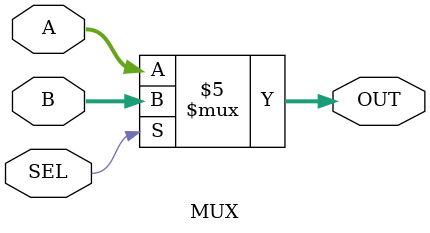
<source format=v>
`timescale 1ns / 1ps
module MUX(
    output reg [31:0] OUT,
    input [31:0] A,
    input [31:0] B,
    input SEL
    );
	
	initial begin OUT = 32'b0; end
	
	always @ (*) begin
		if (~SEL)
			OUT = A;
		else
			OUT = B;
	end

endmodule

</source>
